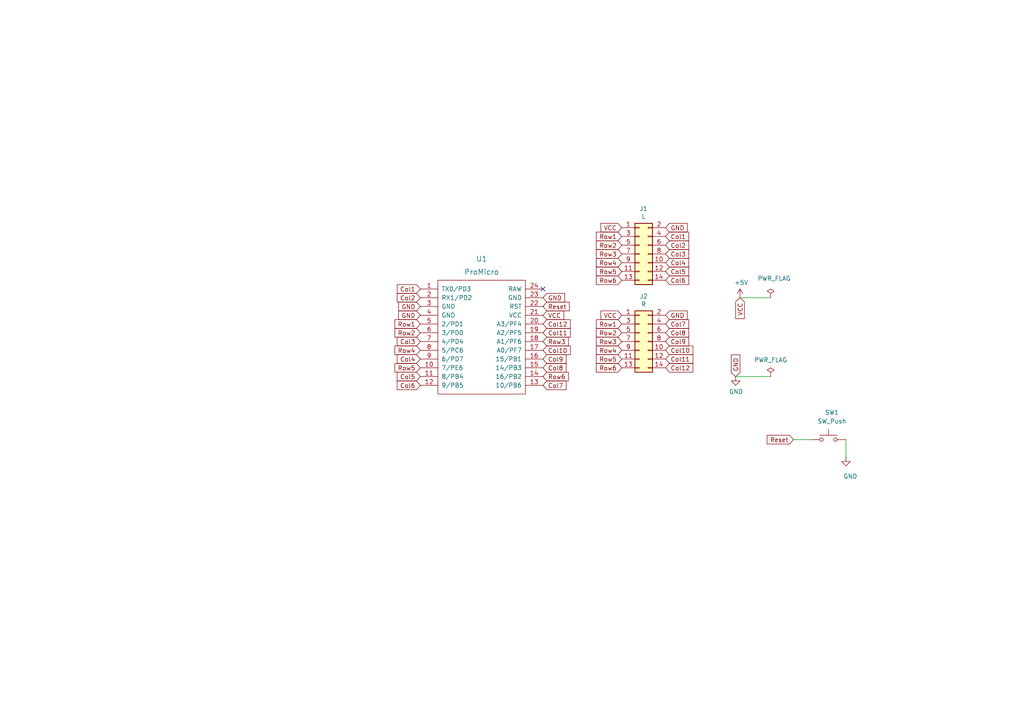
<source format=kicad_sch>
(kicad_sch (version 20211123) (generator eeschema)
  (paper "A4")
  (title_block (title "Pragmatic Bridge Module") (date "2021-11-30") (rev "V0.3") (company "James Sa"))
  (lib_symbols
    (symbol "Connector_Generic:Conn_02x07_Odd_Even" (pin_names (offset 1.016) hide)
      (property "Reference" "J" (at 1.27 10.16 0))
      (property "Value" "Conn_02x07_Odd_Even" (at 1.27 -10.16 0))
      (symbol "Conn_02x07_Odd_Even_1_1"
        (rectangle (start -1.27 -7.493) (end 0 -7.747) (stroke (width 0.1524)))
        (rectangle (start -1.27 -4.953) (end 0 -5.207) (stroke (width 0.1524)))
        (rectangle (start -1.27 -2.413) (end 0 -2.667) (stroke (width 0.1524)))
        (rectangle (start -1.27 0.127) (end 0 -0.127) (stroke (width 0.1524)))
        (rectangle (start -1.27 2.667) (end 0 2.413) (stroke (width 0.1524)))
        (rectangle (start -1.27 5.207) (end 0 4.953) (stroke (width 0.1524)))
        (rectangle (start -1.27 7.747) (end 0 7.493) (stroke (width 0.1524)))
        (rectangle (start -1.27 8.89) (end 3.81 -8.89) (stroke (width 0.254)) (fill (type background)))
        (rectangle (start 3.81 -7.493) (end 2.54 -7.747) (stroke (width 0.1524)))
        (rectangle (start 3.81 -4.953) (end 2.54 -5.207) (stroke (width 0.1524)))
        (rectangle (start 3.81 -2.413) (end 2.54 -2.667) (stroke (width 0.1524)))
        (rectangle (start 3.81 0.127) (end 2.54 -0.127) (stroke (width 0.1524)))
        (rectangle (start 3.81 2.667) (end 2.54 2.413) (stroke (width 0.1524)))
        (rectangle (start 3.81 5.207) (end 2.54 4.953) (stroke (width 0.1524)))
        (rectangle (start 3.81 7.747) (end 2.54 7.493) (stroke (width 0.1524)))
        (pin passive line (at -5.08 7.62 0) (length 3.81) (name "Pin_1") (number "1"))
        (pin passive line (at 7.62 -2.54 180) (length 3.81) (name "Pin_10") (number "10"))
        (pin passive line (at -5.08 -5.08 0) (length 3.81) (name "Pin_11") (number "11"))
        (pin passive line (at 7.62 -5.08 180) (length 3.81) (name "Pin_12") (number "12"))
        (pin passive line (at -5.08 -7.62 0) (length 3.81) (name "Pin_13") (number "13"))
        (pin passive line (at 7.62 -7.62 180) (length 3.81) (name "Pin_14") (number "14"))
        (pin passive line (at 7.62 7.62 180) (length 3.81) (name "Pin_2") (number "2"))
        (pin passive line (at -5.08 5.08 0) (length 3.81) (name "Pin_3") (number "3"))
        (pin passive line (at 7.62 5.08 180) (length 3.81) (name "Pin_4") (number "4"))
        (pin passive line (at -5.08 2.54 0) (length 3.81) (name "Pin_5") (number "5"))
        (pin passive line (at 7.62 2.54 180) (length 3.81) (name "Pin_6") (number "6"))
        (pin passive line (at -5.08 0 0) (length 3.81) (name "Pin_7") (number "7"))
        (pin passive line (at 7.62 0 180) (length 3.81) (name "Pin_8") (number "8"))
        (pin passive line (at -5.08 -2.54 0) (length 3.81) (name "Pin_9") (number "9"))
      )
    )
    (symbol "Keyboard_Keebio:ProMicro" (pin_names (offset 1.016))
      (property "Reference" "U" (at 0 0 0))
      (property "Value" "ProMicro" (at 0 -19.05 0))
      (symbol "ProMicro_0_1"
        (rectangle (start -12.7 -16.51) (end 12.7 16.51))
      )
      (symbol "ProMicro_1_1"
        (pin input line (at -17.78 13.97 0) (length 5.08) (name "TX0/PD3") (number "1"))
        (pin input line (at -17.78 -8.89 0) (length 5.08) (name "7/PE6") (number "10"))
        (pin input line (at -17.78 -11.43 0) (length 5.08) (name "8/PB4") (number "11"))
        (pin input line (at -17.78 -13.97 0) (length 5.08) (name "9/PB5") (number "12"))
        (pin input line (at 17.78 -13.97 180) (length 5.08) (name "10/PB6") (number "13"))
        (pin input line (at 17.78 -11.43 180) (length 5.08) (name "16/PB2") (number "14"))
        (pin input line (at 17.78 -8.89 180) (length 5.08) (name "14/PB3") (number "15"))
        (pin input line (at 17.78 -6.35 180) (length 5.08) (name "15/PB1") (number "16"))
        (pin input line (at 17.78 -3.81 180) (length 5.08) (name "A0/PF7") (number "17"))
        (pin input line (at 17.78 -1.27 180) (length 5.08) (name "A1/PF6") (number "18"))
        (pin input line (at 17.78 1.27 180) (length 5.08) (name "A2/PF5") (number "19"))
        (pin input line (at -17.78 11.43 0) (length 5.08) (name "RX1/PD2") (number "2"))
        (pin input line (at 17.78 3.81 180) (length 5.08) (name "A3/PF4") (number "20"))
        (pin input line (at 17.78 6.35 180) (length 5.08) (name "VCC") (number "21"))
        (pin input line (at 17.78 8.89 180) (length 5.08) (name "RST") (number "22"))
        (pin input line (at 17.78 11.43 180) (length 5.08) (name "GND") (number "23"))
        (pin input line (at 17.78 13.97 180) (length 5.08) (name "RAW") (number "24"))
        (pin input line (at -17.78 8.89 0) (length 5.08) (name "GND") (number "3"))
        (pin input line (at -17.78 6.35 0) (length 5.08) (name "GND") (number "4"))
        (pin input line (at -17.78 3.81 0) (length 5.08) (name "2/PD1") (number "5"))
        (pin input line (at -17.78 1.27 0) (length 5.08) (name "3/PD0") (number "6"))
        (pin input line (at -17.78 -1.27 0) (length 5.08) (name "4/PD4") (number "7"))
        (pin input line (at -17.78 -3.81 0) (length 5.08) (name "5/PC6") (number "8"))
        (pin input line (at -17.78 -6.35 0) (length 5.08) (name "6/PD7") (number "9"))
      )
    )
    (symbol "Switch:SW_Push" (pin_numbers hide) (pin_names (offset 1.016) hide)
      (property "Reference" "SW" (at 1.27 2.54 0))
      (property "Value" "SW_Push" (at 0 -1.524 0))
      (symbol "SW_Push_0_1"
        (circle (center -2.032 0) (radius 0.508))
        (polyline (pts (xy 0 1.27) (xy 0 3.048)))
        (polyline (pts (xy 2.54 1.27) (xy -2.54 1.27)))
        (circle (center 2.032 0) (radius 0.508))
        (pin passive line (at -5.08 0 0) (length 2.54) (name "1") (number "1"))
        (pin passive line (at 5.08 0 180) (length 2.54) (name "2") (number "2"))
      )
    )
    (symbol "power:+5V" (power) (pin_names (offset 0))
      (property "Value" "+5V" (at 0 3.556 0))
      (symbol "+5V_0_1"
        (polyline (pts (xy -0.762 1.27) (xy 0 2.54)))
        (polyline (pts (xy 0 0) (xy 0 2.54)))
        (polyline (pts (xy 0 2.54) (xy 0.762 1.27)))
      )
      (symbol "+5V_1_1"
        (pin power_in line (at 0 0 90) (length 0) hide (name "+5V") (number "1"))
      )
    )
    (symbol "power:GND" (power) (pin_names (offset 0))
      (property "Value" "GND" (at 0 -3.81 0))
      (symbol "GND_0_1"
        (polyline (pts (xy 0 0) (xy 0 -1.27) (xy 1.27 -1.27) (xy 0 -2.54) (xy -1.27 -1.27) (xy 0 -1.27)))
      )
      (symbol "GND_1_1"
        (pin power_in line (at 0 0 270) (length 0) hide (name "GND") (number "1"))
      )
    )
    (symbol "power:PWR_FLAG" (power) (pin_numbers hide) (pin_names (offset 0) hide)
      (property "Value" "PWR_FLAG" (at 0 3.81 0))
      (symbol "PWR_FLAG_0_0"
        (pin power_out line (at 0 0 90) (length 0) (name "pwr") (number "1"))
      )
      (symbol "PWR_FLAG_0_1"
        (polyline (pts (xy 0 0) (xy 0 1.27) (xy -1.016 1.905) (xy 0 2.54) (xy 1.016 1.905) (xy 0 1.27)))
      )
    )
  )
  (no_connect (at 157.48 83.82))
  (wire (pts (xy 230.124 127.508) (xy 235.204 127.508)))
  (wire (pts (xy 245.364 127.508) (xy 245.364 132.588)))
  (wire (pts (xy 213.36 109.22) (xy 223.52 109.22)))
  (wire (pts (xy 223.52 86.36) (xy 214.63 86.36)))
  (global_label "Col5" (shape input) (at 193.04 78.74 0) (property "Intersheet References" "${INTERSHEET_REFS}" (effects hide)))
  (global_label "Reset" (shape input) (at 157.48 88.9 0) (property "Intersheet References" "${INTERSHEET_REFS}" (effects hide)))
  (global_label "Col2" (shape input) (at 121.92 86.36 180) (property "Intersheet References" "${INTERSHEET_REFS}" (effects hide)))
  (global_label "GND" (shape input) (at 121.92 88.9 180) (property "Intersheet References" "${INTERSHEET_REFS}" (effects hide)))
  (global_label "Row3" (shape input) (at 157.48 99.06 0) (property "Intersheet References" "${INTERSHEET_REFS}" (effects hide)))
  (global_label "Col2" (shape input) (at 193.04 71.12 0) (property "Intersheet References" "${INTERSHEET_REFS}" (effects hide)))
  (global_label "Row4" (shape input) (at 180.34 101.6 180) (property "Intersheet References" "${INTERSHEET_REFS}" (effects hide)))
  (global_label "Col7" (shape input) (at 157.48 111.76 0) (property "Intersheet References" "${INTERSHEET_REFS}" (effects hide)))
  (global_label "Col6" (shape input) (at 121.92 111.76 180) (property "Intersheet References" "${INTERSHEET_REFS}" (effects hide)))
  (global_label "Row6" (shape input) (at 157.48 109.22 0) (property "Intersheet References" "${INTERSHEET_REFS}" (effects hide)))
  (global_label "Row1" (shape input) (at 121.92 93.98 180) (property "Intersheet References" "${INTERSHEET_REFS}" (effects hide)))
  (global_label "VCC" (shape input) (at 214.63 86.36 270) (property "Intersheet References" "${INTERSHEET_REFS}" (effects hide)))
  (global_label "Row1" (shape input) (at 180.34 93.98 180) (property "Intersheet References" "${INTERSHEET_REFS}" (effects hide)))
  (global_label "Row6" (shape input) (at 180.34 106.68 180) (property "Intersheet References" "${INTERSHEET_REFS}" (effects hide)))
  (global_label "Col3" (shape input) (at 121.92 99.06 180) (property "Intersheet References" "${INTERSHEET_REFS}" (effects hide)))
  (global_label "Col8" (shape input) (at 157.48 106.68 0) (property "Intersheet References" "${INTERSHEET_REFS}" (effects hide)))
  (global_label "Row5" (shape input) (at 180.34 78.74 180) (property "Intersheet References" "${INTERSHEET_REFS}" (effects hide)))
  (global_label "Row4" (shape input) (at 121.92 101.6 180) (property "Intersheet References" "${INTERSHEET_REFS}" (effects hide)))
  (global_label "Col4" (shape input) (at 193.04 76.2 0) (property "Intersheet References" "${INTERSHEET_REFS}" (effects hide)))
  (global_label "Row6" (shape input) (at 180.34 81.28 180) (property "Intersheet References" "${INTERSHEET_REFS}" (effects hide)))
  (global_label "Row3" (shape input) (at 180.34 99.06 180) (property "Intersheet References" "${INTERSHEET_REFS}" (effects hide)))
  (global_label "Col10" (shape input) (at 193.04 101.6 0) (property "Intersheet References" "${INTERSHEET_REFS}" (effects hide)))
  (global_label "GND" (shape input) (at 193.04 66.04 0) (property "Intersheet References" "${INTERSHEET_REFS}" (effects hide)))
  (global_label "VCC" (shape input) (at 180.34 66.04 180) (property "Intersheet References" "${INTERSHEET_REFS}" (effects hide)))
  (global_label "GND" (shape input) (at 121.92 91.44 180) (property "Intersheet References" "${INTERSHEET_REFS}" (effects hide)))
  (global_label "VCC" (shape input) (at 180.34 91.44 180) (property "Intersheet References" "${INTERSHEET_REFS}" (effects hide)))
  (global_label "Col1" (shape input) (at 121.92 83.82 180) (property "Intersheet References" "${INTERSHEET_REFS}" (effects hide)))
  (global_label "Row2" (shape input) (at 180.34 71.12 180) (property "Intersheet References" "${INTERSHEET_REFS}" (effects hide)))
  (global_label "Col1" (shape input) (at 193.04 68.58 0) (property "Intersheet References" "${INTERSHEET_REFS}" (effects hide)))
  (global_label "Col4" (shape input) (at 121.92 104.14 180) (property "Intersheet References" "${INTERSHEET_REFS}" (effects hide)))
  (global_label "Row3" (shape input) (at 180.34 73.66 180) (property "Intersheet References" "${INTERSHEET_REFS}" (effects hide)))
  (global_label "Col10" (shape input) (at 157.48 101.6 0) (property "Intersheet References" "${INTERSHEET_REFS}" (effects hide)))
  (global_label "Col5" (shape input) (at 121.92 109.22 180) (property "Intersheet References" "${INTERSHEET_REFS}" (effects hide)))
  (global_label "Col12" (shape input) (at 157.48 93.98 0) (property "Intersheet References" "${INTERSHEET_REFS}" (effects hide)))
  (global_label "Reset" (shape input) (at 230.124 127.508 180) (property "Intersheet References" "${INTERSHEET_REFS}" (effects hide)))
  (global_label "Row2" (shape input) (at 121.92 96.52 180) (property "Intersheet References" "${INTERSHEET_REFS}" (effects hide)))
  (global_label "Row4" (shape input) (at 180.34 76.2 180) (property "Intersheet References" "${INTERSHEET_REFS}" (effects hide)))
  (global_label "Row5" (shape input) (at 121.92 106.68 180) (property "Intersheet References" "${INTERSHEET_REFS}" (effects hide)))
  (global_label "Row1" (shape input) (at 180.34 68.58 180) (property "Intersheet References" "${INTERSHEET_REFS}" (effects hide)))
  (global_label "Col11" (shape input) (at 157.48 96.52 0) (property "Intersheet References" "${INTERSHEET_REFS}" (effects hide)))
  (global_label "Col11" (shape input) (at 193.04 104.14 0) (property "Intersheet References" "${INTERSHEET_REFS}" (effects hide)))
  (global_label "GND" (shape input) (at 213.36 109.22 90) (property "Intersheet References" "${INTERSHEET_REFS}" (effects hide)))
  (global_label "Col9" (shape input) (at 157.48 104.14 0) (property "Intersheet References" "${INTERSHEET_REFS}" (effects hide)))
  (global_label "Col6" (shape input) (at 193.04 81.28 0) (property "Intersheet References" "${INTERSHEET_REFS}" (effects hide)))
  (global_label "Col12" (shape input) (at 193.04 106.68 0) (property "Intersheet References" "${INTERSHEET_REFS}" (effects hide)))
  (global_label "VCC" (shape input) (at 157.48 91.44 0) (property "Intersheet References" "${INTERSHEET_REFS}" (effects hide)))
  (global_label "Col7" (shape input) (at 193.04 93.98 0) (property "Intersheet References" "${INTERSHEET_REFS}" (effects hide)))
  (global_label "Row2" (shape input) (at 180.34 96.52 180) (property "Intersheet References" "${INTERSHEET_REFS}" (effects hide)))
  (global_label "Col9" (shape input) (at 193.04 99.06 0) (property "Intersheet References" "${INTERSHEET_REFS}" (effects hide)))
  (global_label "Col8" (shape input) (at 193.04 96.52 0) (property "Intersheet References" "${INTERSHEET_REFS}" (effects hide)))
  (global_label "GND" (shape input) (at 157.48 86.36 0) (property "Intersheet References" "${INTERSHEET_REFS}" (effects hide)))
  (global_label "Col3" (shape input) (at 193.04 73.66 0) (property "Intersheet References" "${INTERSHEET_REFS}" (effects hide)))
  (global_label "GND" (shape input) (at 193.04 91.44 0) (property "Intersheet References" "${INTERSHEET_REFS}" (effects hide)))
  (global_label "Row5" (shape input) (at 180.34 104.14 180) (property "Intersheet References" "${INTERSHEET_REFS}" (effects hide)))
  (symbol (lib_id "Connector_Generic:Conn_02x07_Odd_Even") (at 185.42 73.66 0) (unit 1)
    (property "Reference" "J1" (at 186.69 60.5282 0))
    (property "Value" "L" (at 186.69 62.8396 0))
    (property "Footprint" "Connector_IDC:IDC-Header_2x07_P2.54mm_Vertical" (effects hide))
    (property "LCSC" "C3406" (effects hide))
  )
  (symbol (lib_id "Connector_Generic:Conn_02x07_Odd_Even") (at 185.42 99.06 0) (unit 1)
    (property "Reference" "J2" (at 186.69 85.9282 0))
    (property "Value" "R" (at 186.69 88.2396 0))
    (property "Footprint" "Connector_IDC:IDC-Header_2x07_P2.54mm_Vertical" (effects hide))
    (property "LCSC" "C3406" (effects hide))
  )
  (symbol (lib_id "power:+5V") (at 214.63 86.36 0) (unit 1)
    (property "Reference" "#PWR0101" (effects hide))
    (property "Value" "+5V" (at 215.011 81.9658 0))
  )
  (symbol (lib_id "Switch:SW_Push") (at 240.284 127.508 0) (unit 1)
    (property "Reference" "SW1" (at 241.3 119.634 0))
    (property "Value" "SW_Push" (at 241.3 122.174 0))
    (property "Footprint" "Button_Switch_THT:SW_PUSH_6mm" (effects hide))
    (property "LCSC" "C620316" (effects hide))
  )
  (symbol (lib_id "power:GND") (at 245.364 132.588 0) (unit 1)
    (property "Reference" "#PWR01" (effects hide))
    (property "Value" "GND" (at 246.634 138.176 0))
  )
  (symbol (lib_id "power:PWR_FLAG") (at 223.52 86.36 0) (unit 1)
    (property "Reference" "#FLG0101" (effects hide))
    (property "Value" "PWR_FLAG" (at 224.536 80.772 0))
  )
  (symbol (lib_id "power:GND") (at 213.36 109.22 0) (unit 1)
    (property "Reference" "#PWR0103" (effects hide))
    (property "Value" "GND" (at 213.487 113.6142 0))
  )
  (symbol (lib_id "power:PWR_FLAG") (at 223.52 109.22 0) (unit 1)
    (property "Reference" "#FLG0102" (effects hide))
    (property "Value" "PWR_FLAG" (at 223.52 104.394 0))
  )
  (symbol (lib_id "Keyboard_Keebio:ProMicro") (at 139.7 97.79 0) (unit 1)
    (property "Reference" "U1" (at 139.7 75.0824 0) (effects (font (size 1.524 1.524))))
    (property "Value" "ProMicro" (at 139.7 78.8924 0) (effects (font (size 1.524 1.524))))
    (property "Footprint" "Keyboard_JSA:ArduinoProMicro" (effects hide))
  )
)
</source>
